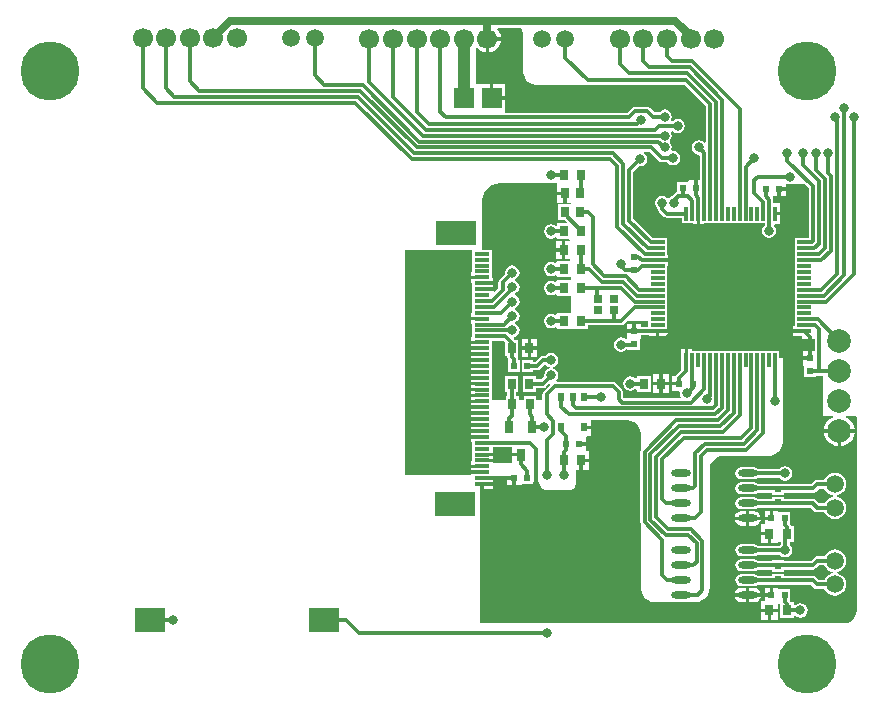
<source format=gbl>
G04 Layer_Physical_Order=2*
G04 Layer_Color=16711680*
%FSLAX25Y25*%
%MOIN*%
G70*
G01*
G75*
%ADD10C,0.01181*%
%ADD11C,0.19685*%
%ADD12C,0.05905*%
%ADD13C,0.06693*%
%ADD14C,0.07874*%
%ADD15C,0.03150*%
%ADD16R,0.01181X0.01181*%
%ADD17R,0.02165X0.02441*%
%ADD18O,0.06496X0.02362*%
%ADD19R,0.01181X0.04724*%
%ADD20R,0.04724X0.01181*%
%ADD21O,0.04724X0.01181*%
%ADD22R,0.13780X0.07874*%
%ADD23R,0.05118X0.01181*%
%ADD24R,0.09842X0.07874*%
%ADD25R,0.03150X0.03740*%
%ADD26R,0.02441X0.02165*%
%ADD27R,0.02362X0.03150*%
%ADD28R,0.02756X0.03740*%
%ADD29R,0.03150X0.03937*%
%ADD30R,0.06890X0.06890*%
%ADD31R,0.03150X0.02756*%
%ADD32C,0.02756*%
%ADD33C,0.03937*%
%ADD34C,0.01378*%
G36*
X173622Y89961D02*
X176378D01*
Y88779D01*
X173622D01*
Y86614D01*
X167323D01*
Y86811D01*
X166929D01*
Y86811D01*
X163659D01*
X163583Y86826D01*
Y87992D01*
X167323D01*
Y88779D01*
X163583D01*
Y89961D01*
X167323D01*
Y91902D01*
X173622D01*
Y89961D01*
D02*
G37*
G36*
X160236Y154921D02*
Y152953D01*
Y150984D01*
Y150197D01*
X159843D01*
Y149016D01*
X160236D01*
Y149016D01*
X163583D01*
Y147850D01*
X163506Y147835D01*
X160236D01*
Y147835D01*
X159843D01*
Y146653D01*
X160236D01*
Y145079D01*
Y143110D01*
Y141142D01*
Y139173D01*
Y137205D01*
Y136417D01*
X159843D01*
Y135236D01*
X160236D01*
Y135236D01*
X163447D01*
X163583Y135209D01*
Y134082D01*
X163447Y134055D01*
X160236D01*
Y134055D01*
X159843D01*
Y132874D01*
X160236D01*
Y131299D01*
Y129331D01*
Y128543D01*
X159843D01*
Y127362D01*
X160236D01*
Y127362D01*
X163447D01*
X163583Y127335D01*
Y126181D01*
X159843D01*
Y125394D01*
X163583D01*
Y124213D01*
X159843D01*
Y123425D01*
X163583D01*
Y122244D01*
X159843D01*
Y121457D01*
X163583D01*
Y120276D01*
X159843D01*
Y119488D01*
X163583D01*
Y118307D01*
X159843D01*
Y117520D01*
X163583D01*
Y116339D01*
X159843D01*
Y115551D01*
X163583D01*
Y114370D01*
X159843D01*
Y113583D01*
X163583D01*
Y112402D01*
X159843D01*
Y111614D01*
X163583D01*
Y110433D01*
X159843D01*
Y109646D01*
X163583D01*
Y108465D01*
X159843D01*
Y107677D01*
X163583D01*
Y106496D01*
X159843D01*
Y105709D01*
X163583D01*
Y104528D01*
X159843D01*
Y103740D01*
X163583D01*
Y102559D01*
X159843D01*
Y101772D01*
X163583D01*
Y100591D01*
X159843D01*
Y99803D01*
X163583D01*
Y98622D01*
X159843D01*
Y97835D01*
X163583D01*
Y96653D01*
X159843D01*
Y95866D01*
X163583D01*
Y94712D01*
X163447Y94685D01*
X160236D01*
Y94685D01*
X159843D01*
Y93504D01*
X160236D01*
Y91929D01*
Y89961D01*
Y87992D01*
Y87205D01*
X159843D01*
Y86024D01*
X160236D01*
Y86023D01*
X163583D01*
Y84842D01*
X159843D01*
Y84055D01*
X163583D01*
Y82889D01*
X163506Y82874D01*
X160236D01*
Y82874D01*
X159843D01*
Y82677D01*
X137795D01*
Y157480D01*
X160236D01*
Y154921D01*
D02*
G37*
G36*
X176984Y230906D02*
X177164Y230000D01*
X177165Y229565D01*
Y229527D01*
X177165Y229527D01*
X177165Y229527D01*
X177165Y217323D01*
X177188Y216860D01*
X177369Y215951D01*
X177723Y215096D01*
X178238Y214326D01*
X178893Y213671D01*
X179663Y213156D01*
X180518Y212802D01*
X181427Y212621D01*
X181890Y212598D01*
X231056Y212598D01*
X238162Y205492D01*
Y193389D01*
X237662Y193237D01*
X237530Y193435D01*
X236749Y193957D01*
X235827Y194141D01*
X234905Y193957D01*
X234124Y193435D01*
X233602Y192654D01*
X233418Y191732D01*
X233602Y190811D01*
X234124Y190029D01*
X234905Y189507D01*
X235827Y189324D01*
X236193Y188887D01*
Y180748D01*
X235472D01*
Y178347D01*
X234291D01*
Y180748D01*
X232618D01*
Y180740D01*
X232343Y180354D01*
X228602D01*
Y176764D01*
X228439Y176731D01*
X227983Y176426D01*
X227102Y175546D01*
X226637Y175453D01*
X225856Y174931D01*
X225840Y174908D01*
X225340D01*
X225325Y174931D01*
X224543Y175453D01*
X223622Y175637D01*
X222700Y175453D01*
X221919Y174931D01*
X221396Y174150D01*
X221213Y173228D01*
X221396Y172307D01*
X221919Y171525D01*
X222217Y171326D01*
Y171260D01*
X222324Y170723D01*
X222628Y170267D01*
X224203Y168692D01*
X224659Y168387D01*
X225197Y168280D01*
X230315D01*
Y166535D01*
X233858D01*
Y166142D01*
X235039D01*
Y166535D01*
X235040D01*
Y169549D01*
X235067Y169685D01*
Y169685D01*
X236193D01*
X236220Y169549D01*
Y166535D01*
X236221D01*
Y166142D01*
X237402D01*
Y166535D01*
X238976D01*
Y166535D01*
X242126D01*
Y166535D01*
X253937D01*
Y166535D01*
X257847D01*
Y165879D01*
X257549Y165679D01*
X257027Y164898D01*
X256843Y163976D01*
X257027Y163055D01*
X257549Y162273D01*
X258330Y161751D01*
X259252Y161568D01*
X260174Y161751D01*
X260955Y162273D01*
X261477Y163055D01*
X261660Y163976D01*
X261477Y164898D01*
X260980Y165642D01*
X261024Y165832D01*
X261163Y166142D01*
X262992D01*
Y169094D01*
X261221D01*
Y170275D01*
X262992D01*
Y173228D01*
X260657D01*
Y174241D01*
X260550Y174778D01*
X260367Y175051D01*
X260594Y175534D01*
X260614Y175551D01*
X261850D01*
Y177953D01*
X262441D01*
Y178543D01*
X264705D01*
Y179528D01*
X265907D01*
X266141Y179481D01*
X266376Y179528D01*
X271158D01*
X272414Y178271D01*
Y161444D01*
X270866D01*
X270730Y161417D01*
X267717D01*
Y156693D01*
Y152756D01*
Y148819D01*
Y144882D01*
Y140945D01*
X267717D01*
Y137795D01*
X267717D01*
Y135039D01*
X267717D01*
Y133858D01*
X267717D01*
Y132283D01*
X267323D01*
Y131102D01*
X267716D01*
Y131102D01*
X270730D01*
X270866Y131075D01*
Y129921D01*
X267323D01*
Y128740D01*
X270079D01*
Y127975D01*
X274579Y127961D01*
Y123760D01*
X273425D01*
Y121496D01*
X272835D01*
Y120905D01*
X270433D01*
Y119232D01*
X270441D01*
X270827Y118957D01*
Y115217D01*
X274843D01*
Y115682D01*
X277165D01*
X277165Y102362D01*
X280448D01*
X280547Y101862D01*
X280096Y101675D01*
X279027Y100855D01*
X278206Y99786D01*
X277691Y98541D01*
X277593Y97795D01*
X282677D01*
X287762D01*
X287664Y98541D01*
X287148Y99786D01*
X286327Y100855D01*
X285258Y101675D01*
X284807Y101862D01*
X284907Y102362D01*
X287734D01*
X287945Y102305D01*
X288292Y102039D01*
X288511Y101661D01*
X288531Y101508D01*
X288512Y101016D01*
X288512Y101016D01*
X288512Y37725D01*
Y37266D01*
X288333Y36367D01*
X287983Y35520D01*
X287473Y34758D01*
X286825Y34110D01*
X286063Y33601D01*
X285216Y33250D01*
X284317Y33071D01*
X283858D01*
X227864Y33071D01*
X162992Y33071D01*
X162992Y77756D01*
X162992D01*
Y79528D01*
X163583D01*
Y80118D01*
X167323D01*
Y80905D01*
X163583D01*
Y82086D01*
X166929D01*
Y82087D01*
X167480D01*
X167676Y82284D01*
X171909Y82284D01*
Y82087D01*
X174173D01*
Y81496D01*
X174764D01*
Y79094D01*
X176437D01*
Y79102D01*
X176713Y79488D01*
X180453D01*
Y80118D01*
X180905D01*
Y81890D01*
X182087D01*
Y80118D01*
X182677D01*
Y79921D01*
X182722Y79460D01*
X183075Y78609D01*
X183727Y77957D01*
X184579Y77604D01*
X185039Y77559D01*
X192520Y77559D01*
X192981Y77604D01*
X193832Y77957D01*
X194484Y78609D01*
X194836Y79460D01*
X194882Y79921D01*
X194882Y79921D01*
Y84350D01*
X195965D01*
Y87402D01*
X196555D01*
Y87992D01*
X199311D01*
Y90453D01*
X198645D01*
X198169Y90512D01*
Y92323D01*
X195905D01*
Y93504D01*
X198169D01*
Y95315D01*
X198521Y95669D01*
X199803D01*
Y97835D01*
X197441D01*
Y99016D01*
X199803D01*
Y100787D01*
X211811Y100787D01*
X212276Y100787D01*
X213189Y100606D01*
X214049Y100250D01*
X214823Y99733D01*
X215481Y99075D01*
X215998Y98301D01*
X216354Y97441D01*
X216536Y96528D01*
X216535Y96063D01*
X216535D01*
X216535Y96063D01*
Y90954D01*
X216419Y90779D01*
X216312Y90241D01*
Y66873D01*
X216419Y66336D01*
X216535Y66161D01*
Y44882D01*
X216558Y44419D01*
X216739Y43510D01*
X217093Y42655D01*
X217608Y41885D01*
X218263Y41230D01*
X219033Y40715D01*
X219888Y40361D01*
X220797Y40180D01*
X221260Y40157D01*
X226378Y40157D01*
Y40157D01*
X234646D01*
X235109Y40180D01*
X236017Y40361D01*
X236873Y40715D01*
X237643Y41230D01*
X238298Y41885D01*
X238812Y42655D01*
X239167Y43510D01*
X239347Y44419D01*
X239370Y44882D01*
X239370D01*
X239370Y84252D01*
X239370Y84717D01*
X239552Y85630D01*
X239908Y86490D01*
X240425Y87264D01*
X241083Y87922D01*
X241857Y88439D01*
X242716Y88795D01*
X243629Y88976D01*
X244094Y88976D01*
Y88976D01*
X259055Y88976D01*
X259518Y88999D01*
X260426Y89180D01*
X261282Y89534D01*
X262052Y90049D01*
X262707Y90704D01*
X263222Y91474D01*
X263576Y92329D01*
X263757Y93238D01*
X263779Y93701D01*
X263779D01*
X263780Y121653D01*
X262598D01*
Y124016D01*
X260630D01*
Y124016D01*
X257874D01*
Y124016D01*
X253937D01*
Y124016D01*
X252756D01*
Y124016D01*
X238189D01*
Y124016D01*
X235039D01*
Y124016D01*
X233465D01*
Y124409D01*
X232283D01*
Y124016D01*
X232283D01*
Y121002D01*
X232256Y120866D01*
X231102D01*
Y124409D01*
X229921D01*
Y117341D01*
X228298Y115718D01*
X228081Y115394D01*
X227028D01*
Y113583D01*
X229291D01*
Y112402D01*
X227028D01*
Y110591D01*
X229236D01*
X229553Y110204D01*
X229481Y109843D01*
X229665Y108921D01*
X229880Y108598D01*
X229613Y108098D01*
X210818D01*
X210460Y108456D01*
Y110236D01*
X210353Y110774D01*
X210049Y111230D01*
X208080Y113198D01*
X207624Y113503D01*
X207087Y113610D01*
X188566D01*
X188434Y113840D01*
X188360Y114110D01*
X188839Y114826D01*
X189023Y115748D01*
X188839Y116670D01*
X188317Y117451D01*
X187536Y117973D01*
X187139Y118052D01*
Y118562D01*
X187536Y118641D01*
X188317Y119163D01*
X188839Y119945D01*
X189023Y120866D01*
X188839Y121788D01*
X188317Y122569D01*
X187536Y123091D01*
X186614Y123275D01*
X185693Y123091D01*
X184911Y122569D01*
X184712Y122271D01*
X183858D01*
X183321Y122164D01*
X182865Y121860D01*
X181308Y120303D01*
X180453D01*
Y120905D01*
X176713D01*
Y116890D01*
X180453D01*
Y117493D01*
X181890D01*
X182427Y117600D01*
X182883Y117904D01*
X184274Y119295D01*
X184853Y119250D01*
X184911Y119163D01*
X185693Y118641D01*
X186090Y118562D01*
Y118052D01*
X185693Y117973D01*
X184911Y117451D01*
X184389Y116670D01*
X184206Y115748D01*
X184271Y115420D01*
X183248Y114397D01*
X181496D01*
Y115650D01*
X177165D01*
Y110335D01*
X181496D01*
Y111587D01*
X183830D01*
X184368Y111694D01*
X184824Y111999D01*
X185881Y113056D01*
X185938Y113042D01*
X186092Y112488D01*
X184046Y110442D01*
X183741Y109986D01*
X183634Y109449D01*
Y107480D01*
X181693D01*
Y108957D01*
X177362D01*
Y107480D01*
X175787D01*
Y108957D01*
X174830D01*
Y110335D01*
X175591D01*
Y115650D01*
X171260D01*
Y110335D01*
X172020D01*
Y108957D01*
X171457D01*
Y107480D01*
X167348D01*
X166929Y107980D01*
Y111614D01*
Y115551D01*
Y119488D01*
Y123425D01*
Y127335D01*
X170678D01*
X171260Y126753D01*
Y122146D01*
X172020D01*
Y121850D01*
X172127Y121313D01*
X172303Y120905D01*
X172303Y120905D01*
X172303Y120905D01*
Y116890D01*
X176043D01*
Y120905D01*
X175578D01*
Y121102D01*
X175471Y121640D01*
X175468Y121646D01*
X175591Y122146D01*
X175591D01*
X175591Y122146D01*
Y127461D01*
X174491D01*
X174419Y127568D01*
X174051Y127936D01*
X174196Y128414D01*
X174544Y128483D01*
X175325Y129006D01*
X175847Y129787D01*
X176031Y130709D01*
X175847Y131630D01*
X175325Y132412D01*
X174681Y132842D01*
X174657Y132922D01*
Y133318D01*
X174681Y133398D01*
X175325Y133828D01*
X175847Y134610D01*
X176031Y135531D01*
X175847Y136453D01*
X175325Y137234D01*
X174681Y137665D01*
X174657Y137744D01*
Y138141D01*
X174681Y138221D01*
X175325Y138651D01*
X175847Y139433D01*
X176031Y140354D01*
X175847Y141276D01*
X175325Y142057D01*
X174681Y142488D01*
X174657Y142567D01*
Y142964D01*
X174681Y143043D01*
X175325Y143474D01*
X175847Y144255D01*
X176031Y145177D01*
X175847Y146099D01*
X175325Y146880D01*
X174681Y147311D01*
X174657Y147390D01*
Y147787D01*
X174681Y147866D01*
X175325Y148297D01*
X175847Y149078D01*
X176031Y150000D01*
X175847Y150922D01*
X175325Y151703D01*
X174544Y152225D01*
X173622Y152409D01*
X172700Y152225D01*
X171919Y151703D01*
X171397Y150922D01*
X171214Y150000D01*
X171283Y149648D01*
X169371Y147736D01*
X169066Y147280D01*
X168959Y146742D01*
Y144785D01*
X167785Y143610D01*
X167323Y143802D01*
Y143898D01*
X166929D01*
Y143898D01*
X163583D01*
Y145079D01*
X167323D01*
Y145866D01*
X163583D01*
Y147047D01*
X166929D01*
Y147047D01*
X167323D01*
Y148228D01*
X166929D01*
Y152953D01*
Y157677D01*
X163583D01*
Y173452D01*
X163583Y174089D01*
X163831Y175339D01*
X164319Y176516D01*
X165027Y177576D01*
X165928Y178477D01*
X166988Y179185D01*
X168165Y179673D01*
X169415Y179921D01*
X170052Y179921D01*
X170052Y179921D01*
X188367Y179921D01*
X188386Y179421D01*
Y176969D01*
X191142D01*
Y176378D01*
X191732D01*
Y173327D01*
X193307D01*
Y172736D01*
X188779D01*
Y167421D01*
X191222D01*
X191744Y166899D01*
X191553Y166437D01*
X188583D01*
Y165907D01*
X188083Y165639D01*
X187536Y166005D01*
X186614Y166188D01*
X185693Y166005D01*
X184911Y165483D01*
X184389Y164701D01*
X184206Y163779D01*
X184389Y162858D01*
X184911Y162076D01*
X185693Y161554D01*
X186614Y161371D01*
X187536Y161554D01*
X188083Y161920D01*
X188583Y161653D01*
Y161122D01*
X192558D01*
X192933Y160630D01*
X192904Y160531D01*
X191339D01*
Y157480D01*
Y154429D01*
X192711D01*
X192746Y154339D01*
X192404Y153839D01*
X188484D01*
Y153374D01*
X187984Y153107D01*
X187536Y153406D01*
X186614Y153590D01*
X185693Y153406D01*
X184911Y152884D01*
X184389Y152103D01*
X184206Y151181D01*
X184389Y150259D01*
X184911Y149478D01*
X185693Y148956D01*
X186614Y148773D01*
X187536Y148956D01*
X187984Y149256D01*
X188484Y148988D01*
Y148524D01*
X193209Y148524D01*
X193307Y148064D01*
Y147999D01*
X192807Y147539D01*
X188484D01*
Y147075D01*
X187984Y146807D01*
X187536Y147107D01*
X186614Y147290D01*
X185693Y147107D01*
X184911Y146585D01*
X184389Y145804D01*
X184206Y144882D01*
X184389Y143960D01*
X184911Y143179D01*
X185693Y142657D01*
X186614Y142473D01*
X187536Y142657D01*
X187984Y142956D01*
X188484Y142689D01*
Y142224D01*
X193209Y142224D01*
X193307Y141765D01*
Y136614D01*
X188832D01*
X188733Y136516D01*
X188484D01*
Y136051D01*
X187984Y135784D01*
X187536Y136083D01*
X186614Y136267D01*
X185693Y136083D01*
X184911Y135561D01*
X184389Y134780D01*
X184206Y133858D01*
X184389Y132937D01*
X184911Y132155D01*
X185693Y131633D01*
X186614Y131450D01*
X187536Y131633D01*
X187984Y131933D01*
X188484Y131666D01*
Y131201D01*
X198917D01*
Y132453D01*
X209842D01*
X210380Y132560D01*
X210836Y132865D01*
X211829Y133858D01*
X218898Y133858D01*
Y131917D01*
X216575D01*
Y132815D01*
X214764D01*
Y130551D01*
X214173D01*
Y129961D01*
X211772D01*
Y128287D01*
X211772D01*
X211970Y127907D01*
X211789Y127813D01*
X211470Y127738D01*
X210764Y128209D01*
X209842Y128393D01*
X208921Y128209D01*
X208139Y127687D01*
X207617Y126906D01*
X207434Y125984D01*
X207617Y125063D01*
X208139Y124281D01*
X208921Y123759D01*
X209842Y123576D01*
X210764Y123759D01*
X211546Y124281D01*
X211665Y124460D01*
X212165Y124326D01*
Y124272D01*
X216181D01*
Y127787D01*
X216181Y128012D01*
X216567Y128287D01*
X216575D01*
Y129107D01*
X219189D01*
X219584Y128843D01*
X220276Y128706D01*
X221457D01*
Y130512D01*
X222047D01*
Y131102D01*
X225197D01*
Y131102D01*
X225508D01*
X225488Y131203D01*
X225197Y131639D01*
Y133071D01*
Y137008D01*
Y141732D01*
X225197D01*
Y142913D01*
X225197D01*
Y144882D01*
Y148819D01*
Y152362D01*
X225591D01*
Y153543D01*
X225197D01*
Y153543D01*
X222183D01*
X222047Y153570D01*
Y154697D01*
X222183Y154724D01*
X225197D01*
Y154724D01*
X225591D01*
Y155905D01*
X225197D01*
Y156299D01*
Y161417D01*
X222183D01*
X222047Y161444D01*
X220492D01*
X214003Y167933D01*
Y183670D01*
X215790Y185457D01*
X216142Y185387D01*
X217063Y185570D01*
X217845Y186092D01*
X218367Y186874D01*
X218550Y187795D01*
X218367Y188717D01*
X217845Y189498D01*
X217352Y189827D01*
X217504Y190327D01*
X219413D01*
X222545Y187196D01*
X223001Y186891D01*
X223538Y186784D01*
X225263D01*
X225462Y186486D01*
X226243Y185964D01*
X227165Y185781D01*
X228087Y185964D01*
X228868Y186486D01*
X229390Y187267D01*
X229573Y188189D01*
X229390Y189111D01*
X228868Y189892D01*
X228087Y190414D01*
X227165Y190597D01*
X227030Y190571D01*
X226674Y191010D01*
X226818Y191732D01*
X226635Y192654D01*
X226145Y193387D01*
X226089Y193558D01*
Y193843D01*
X226145Y194015D01*
X226635Y194748D01*
X226818Y195669D01*
X226641Y196557D01*
X226641Y196604D01*
X226898Y197097D01*
X227002Y197111D01*
X227079Y197088D01*
X227818Y196594D01*
X228740Y196410D01*
X229662Y196594D01*
X230443Y197116D01*
X230965Y197897D01*
X231149Y198819D01*
X230965Y199741D01*
X230443Y200522D01*
X229662Y201044D01*
X228740Y201227D01*
X227818Y201044D01*
X227079Y200550D01*
X227002Y200527D01*
X226898Y200541D01*
X226641Y201034D01*
X226641Y201081D01*
X226818Y201969D01*
X226635Y202890D01*
X226113Y203672D01*
X225331Y204194D01*
X224410Y204377D01*
X223488Y204194D01*
X222706Y203672D01*
X222507Y203374D01*
X221054D01*
X219497Y204930D01*
X219042Y205235D01*
X218504Y205342D01*
X214567D01*
X214029Y205235D01*
X213574Y204930D01*
X211819Y203176D01*
X171441D01*
X171358Y203642D01*
X171358Y203676D01*
Y207677D01*
X166732D01*
Y208268D01*
X166142D01*
Y212894D01*
X162106Y212894D01*
X162048Y212805D01*
X161482Y212789D01*
X161417Y212854D01*
X161417Y224868D01*
X161891Y225029D01*
X162125Y224724D01*
X163071Y223998D01*
X164172Y223542D01*
X164764Y223464D01*
Y227953D01*
X165354D01*
Y228543D01*
X169843D01*
X169765Y229135D01*
X169309Y230236D01*
X168607Y231151D01*
X168645Y231363D01*
X168743Y231650D01*
X176675D01*
X176984Y230906D01*
D02*
G37*
%LPC*%
G36*
X251476Y70499D02*
X250000D01*
X249078Y70316D01*
X248297Y69794D01*
X247775Y69012D01*
X247709Y68681D01*
X251476D01*
Y70499D01*
D02*
G37*
G36*
X254134D02*
X252658D01*
Y68681D01*
X256425D01*
X256359Y69012D01*
X255837Y69794D01*
X255055Y70316D01*
X254134Y70499D01*
D02*
G37*
G36*
X251476Y67500D02*
X247709D01*
X247775Y67169D01*
X248297Y66387D01*
X249078Y65865D01*
X250000Y65682D01*
X251476D01*
Y67500D01*
D02*
G37*
G36*
X256425D02*
X252658D01*
Y65682D01*
X254134D01*
X255055Y65865D01*
X255837Y66387D01*
X256359Y67169D01*
X256425Y67500D01*
D02*
G37*
G36*
X259409Y70512D02*
X257736D01*
Y68701D01*
X259409D01*
Y70512D01*
D02*
G37*
G36*
X281102Y83300D02*
X280126Y83171D01*
X279216Y82795D01*
X278435Y82195D01*
X277835Y81414D01*
X277678Y81033D01*
X275197D01*
X274621Y80918D01*
X274132Y80592D01*
X273136Y79596D01*
X264213D01*
Y79665D01*
X260197D01*
Y79596D01*
X255424D01*
X254902Y79945D01*
X254134Y80098D01*
X250000D01*
X249232Y79945D01*
X248581Y79510D01*
X248146Y78859D01*
X247993Y78091D01*
X248146Y77323D01*
X248581Y76671D01*
X249232Y76236D01*
X250000Y76083D01*
X254134D01*
X254902Y76236D01*
X255424Y76585D01*
X260197D01*
Y75925D01*
X264213D01*
Y76585D01*
X273760D01*
X274336Y76700D01*
X274824Y77026D01*
X275820Y78022D01*
X277678D01*
X277835Y77641D01*
X278435Y76860D01*
X279216Y76261D01*
X280126Y75884D01*
X280437Y75843D01*
Y75338D01*
X280126Y75297D01*
X279216Y74921D01*
X278435Y74321D01*
X277835Y73540D01*
X277678Y73159D01*
X275820D01*
X274824Y74155D01*
X274336Y74481D01*
X273760Y74596D01*
X264213D01*
Y75256D01*
X260197D01*
Y74596D01*
X255424D01*
X254902Y74945D01*
X254134Y75098D01*
X250000D01*
X249232Y74945D01*
X248581Y74510D01*
X248146Y73859D01*
X247993Y73090D01*
X248146Y72322D01*
X248581Y71671D01*
X249232Y71236D01*
X250000Y71083D01*
X254134D01*
X254902Y71236D01*
X255424Y71585D01*
X260197D01*
Y71516D01*
X264213D01*
Y71585D01*
X273136D01*
X274132Y70589D01*
X274621Y70263D01*
X275197Y70148D01*
X277678D01*
X277835Y69767D01*
X278435Y68986D01*
X279216Y68387D01*
X280126Y68010D01*
X281102Y67881D01*
X282079Y68010D01*
X282989Y68387D01*
X283770Y68986D01*
X284369Y69767D01*
X284746Y70677D01*
X284875Y71654D01*
X284746Y72630D01*
X284369Y73540D01*
X283770Y74321D01*
X282989Y74921D01*
X282079Y75297D01*
X281768Y75338D01*
Y75843D01*
X282079Y75884D01*
X282989Y76261D01*
X283770Y76860D01*
X284369Y77641D01*
X284746Y78551D01*
X284875Y79528D01*
X284746Y80504D01*
X284369Y81414D01*
X283770Y82195D01*
X282989Y82795D01*
X282079Y83171D01*
X281102Y83300D01*
D02*
G37*
G36*
X199311Y86811D02*
X197146D01*
Y84350D01*
X199311D01*
Y86811D01*
D02*
G37*
G36*
X167323Y78937D02*
X164173D01*
Y77756D01*
X167323D01*
Y78937D01*
D02*
G37*
G36*
X173583Y80905D02*
X171909D01*
Y79094D01*
X173583D01*
Y80905D01*
D02*
G37*
G36*
X258760Y62402D02*
X256594D01*
Y59941D01*
X258760D01*
Y62402D01*
D02*
G37*
G36*
X251476Y41910D02*
X247709D01*
X247775Y41578D01*
X248297Y40797D01*
X249078Y40275D01*
X250000Y40091D01*
X251476D01*
Y41910D01*
D02*
G37*
G36*
X256425D02*
X252658D01*
Y40091D01*
X254134D01*
X255055Y40275D01*
X255837Y40797D01*
X256359Y41578D01*
X256425Y41910D01*
D02*
G37*
G36*
X262264Y44921D02*
X260591D01*
Y42520D01*
X260000D01*
Y41929D01*
X257736D01*
Y40453D01*
X256594D01*
Y37992D01*
X259350D01*
X262106D01*
Y39645D01*
X262197Y39708D01*
X262697Y39445D01*
Y34744D01*
X267421D01*
Y35683D01*
X267921Y35789D01*
X267982Y35699D01*
X268763Y35176D01*
X269685Y34993D01*
X270607Y35176D01*
X271388Y35699D01*
X271910Y36480D01*
X272094Y37402D01*
X271910Y38323D01*
X271388Y39105D01*
X270607Y39627D01*
X269685Y39810D01*
X268763Y39627D01*
X267982Y39105D01*
X267921Y39014D01*
X267421Y39120D01*
Y40059D01*
X266595D01*
X266395Y40335D01*
X266306Y40457D01*
X266280Y40918D01*
Y44528D01*
X262764D01*
X262539Y44528D01*
X262264Y44913D01*
Y44921D01*
D02*
G37*
G36*
X258760Y36811D02*
X256594D01*
Y34350D01*
X258760D01*
Y36811D01*
D02*
G37*
G36*
X262106D02*
X259941D01*
Y34350D01*
X262106D01*
Y36811D01*
D02*
G37*
G36*
X281102Y57709D02*
X280126Y57581D01*
X279216Y57204D01*
X278435Y56604D01*
X277835Y55823D01*
X277678Y55442D01*
X275197D01*
X274621Y55328D01*
X274132Y55001D01*
X273136Y54005D01*
X264213D01*
Y54075D01*
X260197D01*
Y54005D01*
X255424D01*
X254902Y54354D01*
X254134Y54507D01*
X250000D01*
X249232Y54354D01*
X248581Y53919D01*
X248146Y53268D01*
X247993Y52500D01*
X248146Y51732D01*
X248581Y51081D01*
X249232Y50646D01*
X250000Y50493D01*
X254134D01*
X254902Y50646D01*
X255424Y50995D01*
X260197D01*
Y50335D01*
X264213D01*
Y50995D01*
X273760D01*
X274336Y51109D01*
X274824Y51436D01*
X275820Y52432D01*
X277678D01*
X277835Y52051D01*
X278435Y51270D01*
X279216Y50670D01*
X280126Y50293D01*
X280437Y50252D01*
Y49748D01*
X280126Y49707D01*
X279216Y49330D01*
X278435Y48730D01*
X277835Y47949D01*
X277678Y47568D01*
X275820D01*
X274824Y48564D01*
X274336Y48891D01*
X273760Y49005D01*
X264213D01*
Y49665D01*
X260197D01*
Y49005D01*
X255424D01*
X254902Y49354D01*
X254134Y49507D01*
X250000D01*
X249232Y49354D01*
X248581Y48919D01*
X248146Y48268D01*
X247993Y47500D01*
X248146Y46732D01*
X248581Y46081D01*
X249232Y45646D01*
X250000Y45493D01*
X254134D01*
X254902Y45646D01*
X255424Y45995D01*
X260197D01*
Y45925D01*
X264213D01*
Y45995D01*
X273136D01*
X274132Y44999D01*
X274621Y44672D01*
X275197Y44558D01*
X277678D01*
X277835Y44177D01*
X278435Y43396D01*
X279216Y42796D01*
X280126Y42419D01*
X281102Y42291D01*
X282079Y42419D01*
X282989Y42796D01*
X283770Y43396D01*
X284369Y44177D01*
X284746Y45087D01*
X284875Y46063D01*
X284746Y47039D01*
X284369Y47949D01*
X283770Y48730D01*
X282989Y49330D01*
X282079Y49707D01*
X281768Y49748D01*
Y50252D01*
X282079Y50293D01*
X282989Y50670D01*
X283770Y51270D01*
X284369Y52051D01*
X284746Y52961D01*
X284875Y53937D01*
X284746Y54913D01*
X284369Y55823D01*
X283770Y56604D01*
X282989Y57204D01*
X282079Y57581D01*
X281102Y57709D01*
D02*
G37*
G36*
X262264Y70512D02*
X260591D01*
Y68110D01*
X260000D01*
Y67520D01*
X257736D01*
Y66043D01*
X256594D01*
Y63583D01*
X259350D01*
Y62992D01*
X259941D01*
Y59941D01*
X262106D01*
Y60236D01*
X263042D01*
Y59335D01*
X262844Y59203D01*
X262712Y59005D01*
X255424D01*
X254902Y59354D01*
X254134Y59507D01*
X250000D01*
X249232Y59354D01*
X248581Y58919D01*
X248146Y58268D01*
X247993Y57500D01*
X248146Y56732D01*
X248581Y56081D01*
X249232Y55646D01*
X250000Y55493D01*
X254134D01*
X254902Y55646D01*
X255424Y55995D01*
X262712D01*
X262844Y55797D01*
X263626Y55275D01*
X264547Y55092D01*
X265469Y55275D01*
X266250Y55797D01*
X266772Y56578D01*
X266956Y57500D01*
X266772Y58422D01*
X266250Y59203D01*
X266053Y59335D01*
Y60335D01*
X267421D01*
Y65650D01*
X266486D01*
X266450Y65832D01*
X266280Y66102D01*
X266280D01*
X266280Y66102D01*
Y70118D01*
X262539D01*
X262264Y70504D01*
Y70512D01*
D02*
G37*
G36*
X259409Y44921D02*
X257736D01*
Y43110D01*
X259409D01*
Y44921D01*
D02*
G37*
G36*
X251476Y44908D02*
X250000D01*
X249078Y44725D01*
X248297Y44203D01*
X247775Y43422D01*
X247709Y43091D01*
X251476D01*
Y44908D01*
D02*
G37*
G36*
X254134D02*
X252658D01*
Y43091D01*
X256425D01*
X256359Y43422D01*
X255837Y44203D01*
X255055Y44725D01*
X254134Y44908D01*
D02*
G37*
G36*
X225508Y129921D02*
X222638D01*
Y128706D01*
X223819D01*
X224510Y128843D01*
X225096Y129235D01*
X225488Y129821D01*
X225508Y129921D01*
D02*
G37*
G36*
X213583Y132815D02*
X211772D01*
Y131142D01*
X213583D01*
Y132815D01*
D02*
G37*
G36*
X181890Y127854D02*
X179921D01*
Y125394D01*
X181890D01*
Y127854D01*
D02*
G37*
G36*
X272244Y123760D02*
X270433D01*
Y122087D01*
X272244D01*
Y123760D01*
D02*
G37*
G36*
X178740Y127854D02*
X176772D01*
Y125394D01*
X178740D01*
Y127854D01*
D02*
G37*
G36*
X264705Y177362D02*
X263032D01*
Y175551D01*
X264705D01*
Y177362D01*
D02*
G37*
G36*
X167323Y212894D02*
Y208858D01*
X171358D01*
Y212894D01*
X167323D01*
D02*
G37*
G36*
X190551Y175787D02*
X188386D01*
Y173327D01*
X190551D01*
Y175787D01*
D02*
G37*
G36*
X190157Y156890D02*
X188189D01*
Y154429D01*
X190157D01*
Y156890D01*
D02*
G37*
G36*
Y160531D02*
X188189D01*
Y158071D01*
X190157D01*
Y160531D01*
D02*
G37*
G36*
X181890Y124213D02*
X179921D01*
Y121752D01*
X181890D01*
Y124213D01*
D02*
G37*
G36*
X282087Y96614D02*
X277593D01*
X277691Y95869D01*
X278206Y94624D01*
X279027Y93554D01*
X280096Y92734D01*
X281341Y92218D01*
X282087Y92120D01*
Y96614D01*
D02*
G37*
G36*
X222547Y112402D02*
X220382D01*
Y109941D01*
X222547D01*
Y112402D01*
D02*
G37*
G36*
X287762Y96614D02*
X283268D01*
Y92120D01*
X284013Y92218D01*
X285258Y92734D01*
X286327Y93554D01*
X287148Y94624D01*
X287664Y95869D01*
X287762Y96614D01*
D02*
G37*
G36*
X264547Y85499D02*
X263626Y85316D01*
X262844Y84794D01*
X262712Y84596D01*
X255424D01*
X254902Y84945D01*
X254134Y85098D01*
X250000D01*
X249232Y84945D01*
X248581Y84510D01*
X248146Y83859D01*
X247993Y83091D01*
X248146Y82323D01*
X248581Y81671D01*
X249232Y81236D01*
X250000Y81084D01*
X254134D01*
X254902Y81236D01*
X255424Y81585D01*
X262712D01*
X262844Y81388D01*
X263626Y80865D01*
X264547Y80682D01*
X265469Y80865D01*
X266250Y81388D01*
X266772Y82169D01*
X266956Y83091D01*
X266772Y84012D01*
X266250Y84794D01*
X265469Y85316D01*
X264547Y85499D01*
D02*
G37*
G36*
X169843Y227362D02*
X165945D01*
Y223464D01*
X166536Y223542D01*
X167638Y223998D01*
X168583Y224724D01*
X169309Y225670D01*
X169765Y226771D01*
X169843Y227362D01*
D02*
G37*
G36*
X219791Y115650D02*
X215067D01*
Y115002D01*
X214995Y114943D01*
X214567Y114781D01*
X213914Y115217D01*
X212992Y115401D01*
X212070Y115217D01*
X211289Y114695D01*
X210767Y113914D01*
X210584Y112992D01*
X210767Y112070D01*
X211289Y111289D01*
X212070Y110767D01*
X212992Y110584D01*
X213914Y110767D01*
X214567Y111203D01*
X214995Y111041D01*
X215067Y110982D01*
Y110335D01*
X219791D01*
Y115650D01*
D02*
G37*
G36*
X178740Y124213D02*
X176772D01*
Y121752D01*
X178740D01*
Y124213D01*
D02*
G37*
G36*
X225894Y116043D02*
X223728D01*
Y113583D01*
X225894D01*
Y116043D01*
D02*
G37*
G36*
Y112402D02*
X223728D01*
Y109941D01*
X225894D01*
Y112402D01*
D02*
G37*
G36*
X222547Y116043D02*
X220382D01*
Y113583D01*
X222547D01*
Y116043D01*
D02*
G37*
%LPD*%
D10*
X275984Y117087D02*
X282559D01*
X272835D02*
X275984D01*
Y131102D01*
X274606Y132480D02*
X275984Y131102D01*
X270866Y132480D02*
X274606D01*
X122441Y29921D02*
X184646D01*
X118110Y34252D02*
X122441Y29921D01*
X111024Y34252D02*
X118110D01*
X52756D02*
X60630D01*
X259252Y163976D02*
Y169685D01*
X255511Y181889D02*
X266142D01*
X254331Y180709D02*
X255511Y181889D01*
X185039Y82579D02*
Y94095D01*
X179527Y93307D02*
X181496Y91339D01*
Y81890D02*
Y91339D01*
X191339Y221654D02*
Y227953D01*
X251378Y185236D02*
X254331Y188189D01*
X251378Y169685D02*
Y185236D01*
X163583Y93307D02*
X179527D01*
X185039Y109449D02*
X187795Y112205D01*
X185039Y102756D02*
Y109449D01*
Y102756D02*
X187205Y100591D01*
Y96260D02*
Y100591D01*
X185039Y94095D02*
X187205Y96260D01*
X180118Y98425D02*
X180315Y98622D01*
X180118Y98425D02*
X180118Y98425D01*
X184252D01*
X187795Y112205D02*
X207087D01*
X212992Y112992D02*
X212992Y112992D01*
X217429D01*
X275433Y134449D02*
X282677Y127205D01*
X261221Y107283D02*
Y120866D01*
X173425Y124803D02*
Y126575D01*
X171260Y128740D02*
X173425Y126575D01*
X163583Y128740D02*
X171260D01*
X174173Y118898D02*
Y121102D01*
X173425Y121850D02*
X174173Y121102D01*
X173425Y121850D02*
Y124803D01*
X181890Y118898D02*
X183858Y120866D01*
X186614D01*
X178583Y118898D02*
X181890D01*
X173425Y102165D02*
Y112992D01*
X185433Y114567D02*
X186614Y115748D01*
X185405Y114567D02*
X185433D01*
X207087Y112205D02*
X209055Y110236D01*
X183830Y112992D02*
X185405Y114567D01*
X179331Y112992D02*
X183830D01*
X209055Y107874D02*
Y110236D01*
X180315Y98622D02*
Y101969D01*
X179528Y102756D02*
X180315Y101969D01*
X179528Y102756D02*
Y106299D01*
X223622Y171260D02*
X225197Y169685D01*
X223622Y171260D02*
Y173228D01*
X225197Y169685D02*
X231693D01*
X258032Y175461D02*
Y177953D01*
Y175461D02*
X259252Y174241D01*
Y169685D02*
Y174241D01*
X234882Y175748D02*
Y178347D01*
Y175748D02*
X235630Y175000D01*
Y169685D02*
Y175000D01*
X209842Y125984D02*
X214016D01*
X214173Y126142D01*
X227559Y173228D02*
Y174016D01*
X228976Y175433D01*
X233662Y169685D02*
Y173819D01*
X232047Y175433D02*
X233662Y173819D01*
X228976Y175433D02*
X232047D01*
X230472Y175748D02*
Y178347D01*
X237598Y169685D02*
Y189961D01*
X235827Y191732D02*
X237598Y189961D01*
X222202Y193701D02*
X224171Y191732D01*
X223538Y188189D02*
X227165D01*
X178583Y81496D02*
Y84016D01*
X176378Y86221D02*
X178583Y84016D01*
X176378Y86221D02*
Y89370D01*
X172638Y101378D02*
X173425Y102165D01*
X172638Y98425D02*
Y101378D01*
X282559Y117087D02*
X282677Y117205D01*
X272835Y121496D02*
Y128543D01*
X270866Y130512D02*
X272835Y128543D01*
X270866Y134449D02*
X275433D01*
X217717Y66873D02*
X223622Y60968D01*
Y49213D02*
Y60968D01*
Y49213D02*
X225335Y47500D01*
X229823D01*
X217717Y66873D02*
Y90241D01*
X219685Y67689D02*
Y89426D01*
Y67689D02*
X224775Y62598D01*
X221654Y68504D02*
X225590Y64567D01*
X221654Y68504D02*
Y88611D01*
X253346Y98284D02*
Y120866D01*
X255315Y97469D02*
Y120866D01*
X257283Y96653D02*
Y120866D01*
X234646Y78740D02*
Y89792D01*
X236614Y70079D02*
Y88976D01*
X223622Y74410D02*
Y87795D01*
X224941Y73090D02*
X229823D01*
X223622Y74410D02*
X224941Y73090D01*
X237008Y44094D02*
Y60658D01*
X235413Y42500D02*
X237008Y44094D01*
X233099Y64567D02*
X237008Y60658D01*
X225590Y64567D02*
X233099D01*
X229823Y42500D02*
X235413D01*
X235039Y53543D02*
Y59842D01*
X233996Y52500D02*
X235039Y53543D01*
X232283Y62598D02*
X235039Y59842D01*
X224775Y62598D02*
X232283D01*
X229823Y52500D02*
X233996D01*
X234626Y68090D02*
X236614Y70079D01*
X229823Y68090D02*
X234626D01*
X233996Y78091D02*
X234646Y78740D01*
X229823Y78091D02*
X233996D01*
X284251Y204724D02*
X284252Y204723D01*
X281102Y201969D02*
Y202756D01*
X287402Y201969D02*
Y202756D01*
Y149550D02*
Y201969D01*
X249410Y169685D02*
Y204584D01*
X233521Y220472D02*
X249410Y204584D01*
X226772Y220472D02*
X233521D01*
X225197Y222047D02*
X226772Y220472D01*
X225197Y222047D02*
Y227953D01*
X66142Y213779D02*
Y227953D01*
X231468Y214173D02*
X239567Y206074D01*
X198819Y214173D02*
X231468D01*
X191339Y221654D02*
X198819Y214173D01*
X243504Y169685D02*
Y207705D01*
X232705Y218504D02*
X243504Y207705D01*
X219291Y218504D02*
X232705D01*
X220472Y201969D02*
X224410D01*
X218504Y203937D02*
X220472Y201969D01*
X239567Y169685D02*
Y206074D01*
X241535Y169685D02*
Y206890D01*
X58268Y211417D02*
Y227953D01*
X50394Y211417D02*
Y227953D01*
X149606Y203543D02*
Y227559D01*
X107874Y215748D02*
Y227953D01*
X141732Y203571D02*
Y227559D01*
X270866Y156102D02*
X275787D01*
X278205Y140354D02*
X287402Y149550D01*
X270866Y140354D02*
X278205D01*
X270866Y140354D02*
X270866Y140354D01*
X270866Y142323D02*
X277390D01*
X270866Y144291D02*
X276575D01*
X231890Y216535D02*
X241535Y206890D01*
X212598Y216535D02*
X231890D01*
X217323Y220472D02*
X219291Y218504D01*
X217323Y220472D02*
Y227953D01*
X209449Y219685D02*
X212598Y216535D01*
X209449Y219685D02*
Y227953D01*
X261220Y120866D02*
X261221Y120866D01*
X196555Y151181D02*
Y157382D01*
X201969Y141437D02*
Y144882D01*
Y141437D02*
X202067Y141339D01*
X196555Y144882D02*
X201969D01*
X207480Y133858D02*
Y137303D01*
X207382Y137402D02*
X207480Y137303D01*
X196555Y133858D02*
X207480D01*
X209842D01*
X214370Y138386D01*
X222047D01*
X198130Y151181D02*
X199213D01*
X203543Y146850D01*
X206299Y148819D02*
X206299Y148819D01*
X204359Y148819D02*
X206299D01*
X200394Y152784D02*
X204359Y148819D01*
X191142Y169488D02*
Y170079D01*
Y169488D02*
X196654Y163976D01*
Y163779D02*
Y163976D01*
X200394Y152784D02*
Y168504D01*
X198819Y170079D02*
X200394Y168504D01*
X196260Y170079D02*
X198819D01*
X196654Y176772D02*
Y182677D01*
X196260Y176378D02*
X196654Y176772D01*
X193701Y105905D02*
Y108661D01*
X189961Y105315D02*
Y108661D01*
X270866Y158071D02*
X274213D01*
X270866Y154134D02*
X276603D01*
X214567Y203937D02*
X218504D01*
X257283Y169685D02*
X257283Y169685D01*
X257283Y169685D02*
Y173425D01*
X254331Y176378D02*
Y180709D01*
Y176378D02*
X257283Y173425D01*
X276603Y154134D02*
X279724Y157255D01*
Y182115D01*
X278740Y183099D02*
X279724Y182115D01*
X275787Y156102D02*
X277756Y158071D01*
Y181299D01*
X274213Y158071D02*
X275787Y159646D01*
X270866Y160039D02*
X273397D01*
X273819Y160461D01*
X281102Y201969D02*
X281890Y201181D01*
X277390Y142323D02*
X284252Y149185D01*
X276575Y144291D02*
X281890Y149606D01*
X284252Y149185D02*
Y204723D01*
X281890Y149606D02*
Y201181D01*
X278740Y183099D02*
Y189764D01*
X274803Y184253D02*
X277756Y181299D01*
X274803Y184253D02*
Y189763D01*
X265354Y187318D02*
Y189764D01*
X163583Y132677D02*
X170768D01*
X173622Y135531D01*
X163583Y136614D02*
X169882D01*
X173622Y140354D01*
X186614Y133858D02*
X190847D01*
X275787Y159646D02*
Y180484D01*
X273819Y160461D02*
Y178853D01*
X270472Y185799D02*
X275787Y180484D01*
X270472Y185799D02*
Y189763D01*
X265354Y187318D02*
X273819Y178853D01*
X214370Y140354D02*
X222047D01*
X215185Y142323D02*
X222047D01*
X216001Y144291D02*
X222047D01*
X201969Y144882D02*
X209843D01*
X214370Y140354D01*
X203543Y146850D02*
X210658D01*
X215185Y142323D01*
X206299Y148819D02*
X211473D01*
X216001Y144291D01*
X211260Y150945D02*
X214173D01*
X216732Y154134D02*
X222047D01*
X214173Y155354D02*
X215512D01*
X216732Y154134D01*
X214173Y150945D02*
X215512D01*
X216732Y152165D01*
X222047D01*
X214213Y130512D02*
X222047D01*
X214173Y130551D02*
X214213Y130512D01*
X222441Y198819D02*
X228740D01*
X209842Y152362D02*
X211260Y150945D01*
X209842Y152362D02*
Y152756D01*
X197441Y108661D02*
X203150D01*
X189961Y105315D02*
X192520Y102756D01*
X193701Y105905D02*
X194882Y104724D01*
X209055Y107874D02*
X210236Y106693D01*
X221654Y88611D02*
X229893Y96850D01*
X219685Y89426D02*
X229078Y98819D01*
X217717Y90241D02*
X228263Y100787D01*
X251575Y90945D02*
X257283Y96653D01*
X250759Y92913D02*
X255315Y97469D01*
X249944Y94882D02*
X253346Y98284D01*
X238583Y90945D02*
X251575D01*
X236614Y88976D02*
X238583Y90945D01*
X237767Y92913D02*
X250759D01*
X234646Y89792D02*
X237767Y92913D01*
X230709Y94882D02*
X249944D01*
X223622Y87795D02*
X230709Y94882D01*
X249410Y102475D02*
Y120866D01*
X243785Y96850D02*
X249410Y102475D01*
X229893Y96850D02*
X243785D01*
X247441Y103291D02*
Y120866D01*
X242969Y98819D02*
X247441Y103291D01*
X229078Y98819D02*
X242969D01*
X245473Y104106D02*
Y120866D01*
X242154Y100787D02*
X245473Y104106D01*
X228263Y100787D02*
X242154D01*
X243504Y104921D02*
Y120866D01*
X241339Y102756D02*
X243504Y104921D01*
X192520Y102756D02*
X241339D01*
X241535Y105737D02*
Y120866D01*
X240523Y104724D02*
X241535Y105737D01*
X194882Y104724D02*
X240523D01*
X210236Y106693D02*
X233071D01*
X237598Y111221D01*
Y120866D01*
X239567Y108858D02*
Y120866D01*
X238583Y107874D02*
X239567Y108858D01*
X233662Y112638D02*
X233701Y112598D01*
X229291Y114724D02*
X231693Y117126D01*
Y120866D01*
X229291Y112992D02*
Y114724D01*
Y112598D02*
Y112992D01*
X231890Y109843D02*
X233701Y111653D01*
Y112598D01*
Y112992D01*
X233662Y112638D02*
Y120866D01*
X186614Y144882D02*
X190847D01*
X186614Y151181D02*
X190847D01*
X186614Y182677D02*
X190748D01*
X186614Y163779D02*
X190748D01*
X186221D02*
X186614D01*
X215354Y199606D02*
X216535Y200787D01*
X145697Y199606D02*
X215354D01*
X141732Y203571D02*
X145697Y199606D01*
X149606Y203543D02*
X151378Y201771D01*
X212401D01*
X214567Y203937D01*
X219995Y191732D02*
X223538Y188189D01*
X212598Y184252D02*
X216142Y187795D01*
X212598Y167351D02*
Y184252D01*
Y167351D02*
X219910Y160039D01*
X222047D01*
X208661Y165354D02*
X217913Y156102D01*
X222047D01*
X140157Y187795D02*
X206299D01*
X208661Y185433D01*
Y165354D02*
Y185433D01*
X140973Y189764D02*
X207115D01*
X210630Y186249D01*
X133858Y208661D02*
Y227559D01*
Y208661D02*
X144882Y197638D01*
X221260D01*
X222441Y198819D01*
X125984Y213386D02*
Y227559D01*
Y213386D02*
X143701Y195669D01*
X224410D01*
X107874Y215748D02*
X111024Y212598D01*
X123706D01*
X142604Y193701D01*
X222202D01*
X66142Y213779D02*
X69291Y210630D01*
X122891D01*
X141788Y191732D01*
X219995D01*
X122075Y208661D02*
X140973Y189764D01*
X58268Y211417D02*
X61024Y208661D01*
X122075D01*
X121260Y206693D02*
X140157Y187795D01*
X50394Y211417D02*
X55118Y206693D01*
X121260D01*
X173622Y144677D02*
Y145177D01*
X163583Y138583D02*
X167528D01*
X173622Y144677D01*
X170364Y146742D02*
X173622Y150000D01*
X170364Y144203D02*
Y146742D01*
X163583Y140551D02*
X166712D01*
X170364Y144203D01*
X163583Y130709D02*
X173622D01*
X210630Y166170D02*
X218729Y158071D01*
X210630Y166170D02*
Y186249D01*
X218729Y158071D02*
X222047D01*
D11*
X19685Y217323D02*
D03*
X271795D02*
D03*
X19685Y19685D02*
D03*
X271795D02*
D03*
D12*
X281102Y79528D02*
D03*
Y71654D02*
D03*
Y53937D02*
D03*
Y46063D02*
D03*
X100000Y228346D02*
D03*
X107874D02*
D03*
X183465Y227953D02*
D03*
X191339D02*
D03*
D13*
X50394Y228346D02*
D03*
X58268D02*
D03*
X66142Y228346D02*
D03*
X74016Y228346D02*
D03*
X81890D02*
D03*
X125984Y227953D02*
D03*
X133858D02*
D03*
X141732D02*
D03*
X149606D02*
D03*
X157480D02*
D03*
X165354D02*
D03*
X209449Y227953D02*
D03*
X217323D02*
D03*
X225197D02*
D03*
X233071D02*
D03*
X240945D02*
D03*
D14*
X282677Y127205D02*
D03*
Y117205D02*
D03*
Y107205D02*
D03*
Y97205D02*
D03*
D15*
X60630Y34252D02*
D03*
X259252Y163976D02*
D03*
X185039Y29921D02*
D03*
Y82579D02*
D03*
X184252Y98425D02*
D03*
X212992Y112992D02*
D03*
X190847Y82579D02*
D03*
X269685Y37402D02*
D03*
X261221Y107283D02*
D03*
X186614Y120866D02*
D03*
Y115748D02*
D03*
X223622Y173228D02*
D03*
X209842Y125984D02*
D03*
X227559Y173228D02*
D03*
X235827Y191732D02*
D03*
X224410D02*
D03*
X284251Y204724D02*
D03*
X281102Y201969D02*
D03*
X287402D02*
D03*
X254331Y188189D02*
D03*
X227165D02*
D03*
X216535Y200787D02*
D03*
X224410Y195669D02*
D03*
Y201969D02*
D03*
X264547Y57500D02*
D03*
Y83091D02*
D03*
X274803Y189763D02*
D03*
X278740Y189764D02*
D03*
X270472Y189763D02*
D03*
X265354Y189764D02*
D03*
X173622Y130709D02*
D03*
Y135531D02*
D03*
Y140354D02*
D03*
Y145177D02*
D03*
Y150000D02*
D03*
X186614Y133858D02*
D03*
X266141Y181889D02*
D03*
X228740Y198819D02*
D03*
X209842Y152756D02*
D03*
X203150Y108661D02*
D03*
X238583Y107874D02*
D03*
X231890Y109843D02*
D03*
X140945Y91338D02*
D03*
Y98425D02*
D03*
Y105512D02*
D03*
Y112598D02*
D03*
Y119685D02*
D03*
Y126771D02*
D03*
Y133858D02*
D03*
Y140945D02*
D03*
Y148031D02*
D03*
X148031Y91338D02*
D03*
Y98425D02*
D03*
Y105512D02*
D03*
Y112598D02*
D03*
Y119685D02*
D03*
Y126771D02*
D03*
Y133858D02*
D03*
Y140945D02*
D03*
Y148031D02*
D03*
X155118Y91338D02*
D03*
Y98425D02*
D03*
Y105512D02*
D03*
Y112598D02*
D03*
Y119685D02*
D03*
Y126771D02*
D03*
Y133858D02*
D03*
Y140945D02*
D03*
Y148031D02*
D03*
X186614Y144882D02*
D03*
Y151181D02*
D03*
X186614Y182677D02*
D03*
Y163779D02*
D03*
X216142Y187795D02*
D03*
D16*
X181496Y81890D02*
D03*
D17*
X174173Y118898D02*
D03*
X178583D02*
D03*
X191496Y92913D02*
D03*
X195905D02*
D03*
X264409Y68110D02*
D03*
X260000D02*
D03*
X264409Y42520D02*
D03*
X260000D02*
D03*
X234882Y178347D02*
D03*
X230472D02*
D03*
X258032Y177953D02*
D03*
X262441D02*
D03*
X233701Y112992D02*
D03*
X229291D02*
D03*
X174173Y81496D02*
D03*
X178583D02*
D03*
D18*
X252067Y57500D02*
D03*
Y52500D02*
D03*
Y47500D02*
D03*
Y42500D02*
D03*
X229823Y57500D02*
D03*
Y52500D02*
D03*
Y47500D02*
D03*
Y42500D02*
D03*
X252067Y83091D02*
D03*
Y78091D02*
D03*
Y73090D02*
D03*
Y68090D02*
D03*
X229823Y83091D02*
D03*
Y78091D02*
D03*
Y73090D02*
D03*
Y68090D02*
D03*
D19*
X231693Y120866D02*
D03*
X233662D02*
D03*
X235630Y120866D02*
D03*
X237598D02*
D03*
X239567Y120866D02*
D03*
X241535D02*
D03*
X243504D02*
D03*
X245473D02*
D03*
X247441D02*
D03*
X249410D02*
D03*
X251378D02*
D03*
X253346Y120866D02*
D03*
X255315Y120866D02*
D03*
X257283D02*
D03*
X259252Y120866D02*
D03*
X261221Y120866D02*
D03*
X261221Y169685D02*
D03*
X259252D02*
D03*
X257283D02*
D03*
X255315D02*
D03*
X253346Y169685D02*
D03*
X251378D02*
D03*
X249410D02*
D03*
X247441D02*
D03*
X245473D02*
D03*
X243504D02*
D03*
X241535Y169685D02*
D03*
X239567D02*
D03*
X237598Y169685D02*
D03*
X235630D02*
D03*
X233662Y169685D02*
D03*
X231693D02*
D03*
D20*
X270866Y130512D02*
D03*
Y132480D02*
D03*
X270866Y134449D02*
D03*
X270866Y136417D02*
D03*
X270866Y138386D02*
D03*
Y140354D02*
D03*
X270866Y142323D02*
D03*
Y144291D02*
D03*
Y146260D02*
D03*
Y148228D02*
D03*
Y150197D02*
D03*
Y152165D02*
D03*
Y154134D02*
D03*
Y156102D02*
D03*
Y158071D02*
D03*
Y160039D02*
D03*
X222047Y160039D02*
D03*
Y158071D02*
D03*
Y156102D02*
D03*
X222047Y154134D02*
D03*
Y152165D02*
D03*
Y150197D02*
D03*
Y148228D02*
D03*
Y146260D02*
D03*
Y144291D02*
D03*
X222047Y142323D02*
D03*
X222047Y140354D02*
D03*
Y138386D02*
D03*
Y136417D02*
D03*
Y134449D02*
D03*
Y132480D02*
D03*
D21*
X222047Y130512D02*
D03*
D22*
X154921Y163189D02*
D03*
X154528Y73032D02*
D03*
D23*
X163583Y79528D02*
D03*
Y81496D02*
D03*
Y83465D02*
D03*
Y85433D02*
D03*
Y87402D02*
D03*
Y89370D02*
D03*
Y91339D02*
D03*
Y93307D02*
D03*
Y95276D02*
D03*
Y97244D02*
D03*
Y99213D02*
D03*
Y101181D02*
D03*
Y103150D02*
D03*
Y105118D02*
D03*
Y107087D02*
D03*
Y109055D02*
D03*
Y111024D02*
D03*
Y112992D02*
D03*
Y114961D02*
D03*
Y116929D02*
D03*
Y118898D02*
D03*
Y120866D02*
D03*
Y122835D02*
D03*
Y124803D02*
D03*
Y126772D02*
D03*
Y128740D02*
D03*
Y130709D02*
D03*
Y132677D02*
D03*
Y134646D02*
D03*
Y136614D02*
D03*
Y138583D02*
D03*
Y140551D02*
D03*
Y142520D02*
D03*
Y144488D02*
D03*
Y146457D02*
D03*
Y148425D02*
D03*
Y150394D02*
D03*
Y152362D02*
D03*
Y154331D02*
D03*
Y156299D02*
D03*
D24*
X52756Y34252D02*
D03*
X111024D02*
D03*
D25*
X190847Y87402D02*
D03*
X196555D02*
D03*
X217429Y112992D02*
D03*
X223138D02*
D03*
X190847Y144882D02*
D03*
X196555D02*
D03*
X191142Y176378D02*
D03*
X196260D02*
D03*
X265059Y62992D02*
D03*
X259350D02*
D03*
X265059Y37402D02*
D03*
X259350D02*
D03*
X196555Y151181D02*
D03*
X190847D02*
D03*
Y133858D02*
D03*
X196555D02*
D03*
X196260Y170079D02*
D03*
X191142D02*
D03*
D26*
X214173Y126142D02*
D03*
Y130551D02*
D03*
Y150945D02*
D03*
Y155354D02*
D03*
X262205Y52205D02*
D03*
Y47795D02*
D03*
X272835Y117087D02*
D03*
Y121496D02*
D03*
X262205Y77795D02*
D03*
Y73386D02*
D03*
D27*
X197441Y108661D02*
D03*
X189961D02*
D03*
X193701D02*
D03*
X197441Y98425D02*
D03*
X189961D02*
D03*
D28*
X196654Y182677D02*
D03*
X190748D02*
D03*
X196654Y163779D02*
D03*
X190748D02*
D03*
X179528Y106299D02*
D03*
X173622D02*
D03*
X190748Y157480D02*
D03*
X196654D02*
D03*
X179331Y124803D02*
D03*
X173425D02*
D03*
X179331Y112992D02*
D03*
X173425D02*
D03*
D29*
X180118Y98425D02*
D03*
X172638D02*
D03*
X176378Y89370D02*
D03*
D30*
X166732Y208268D02*
D03*
X157677D02*
D03*
D31*
X207382Y141339D02*
D03*
Y137402D02*
D03*
X202067D02*
D03*
Y141339D02*
D03*
D32*
X165354Y233858D02*
X227953D01*
X79528D02*
X165354D01*
Y227953D02*
Y233858D01*
X233071Y227953D02*
Y228740D01*
X227953Y233858D02*
X233071Y228740D01*
X74016Y228346D02*
X79528Y233858D01*
D33*
X157480Y208858D02*
Y227953D01*
X156890Y208268D02*
X157480Y208858D01*
D34*
X190847Y82579D02*
Y87402D01*
X190945Y87500D01*
Y90158D01*
X191496Y90709D01*
Y92913D01*
Y95512D01*
X189961Y97047D02*
X191496Y95512D01*
X189961Y97047D02*
Y98425D01*
X269685Y37402D02*
X269685Y37402D01*
X265059Y37402D02*
X269685D01*
X264409Y42520D02*
X264567Y42362D01*
Y40157D02*
Y42362D01*
Y40157D02*
X265059Y39665D01*
Y37402D02*
Y39665D01*
X264409Y68110D02*
X264567Y67953D01*
Y65748D02*
Y67953D01*
Y65748D02*
X265059Y65256D01*
Y62992D02*
Y65256D01*
X264547Y62480D02*
X265059Y62992D01*
X264547Y57500D02*
Y62480D01*
X252067Y47500D02*
X273760D01*
X252067Y52500D02*
X273760D01*
X252067Y73090D02*
X273760D01*
X252067Y78091D02*
X273760D01*
X275197Y46063D02*
X281102D01*
X273760Y47500D02*
X275197Y46063D01*
X273760Y52500D02*
X275197Y53937D01*
X281102D01*
X273760Y78091D02*
X275197Y79528D01*
X281102D01*
X273760Y73090D02*
X275197Y71654D01*
X281102D01*
X252067Y57500D02*
X264547D01*
X252067Y83091D02*
X264547D01*
M02*

</source>
